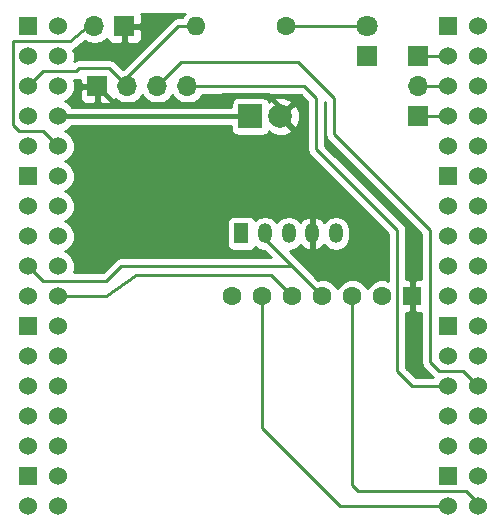
<source format=gtl>
G04 #@! TF.FileFunction,Copper,L1,Top,Signal*
%FSLAX46Y46*%
G04 Gerber Fmt 4.6, Leading zero omitted, Abs format (unit mm)*
G04 Created by KiCad (PCBNEW 4.0.4+e1-6308~48~ubuntu16.04.1-stable) date Fri Mar 30 16:09:55 2018*
%MOMM*%
%LPD*%
G01*
G04 APERTURE LIST*
%ADD10C,0.100000*%
%ADD11C,1.524000*%
%ADD12R,1.524000X1.524000*%
%ADD13R,2.000000X2.000000*%
%ADD14C,2.000000*%
%ADD15R,1.800000X1.800000*%
%ADD16C,1.800000*%
%ADD17R,1.600000X1.600000*%
%ADD18C,1.600000*%
%ADD19O,1.600000X1.600000*%
%ADD20R,1.700000X1.700000*%
%ADD21O,1.700000X1.700000*%
%ADD22R,1.200000X1.700000*%
%ADD23O,1.200000X1.700000*%
%ADD24C,0.250000*%
%ADD25C,0.400000*%
%ADD26C,0.254000*%
G04 APERTURE END LIST*
D10*
D11*
X58420000Y-46990000D03*
D12*
X55880000Y-46990000D03*
D11*
X58420000Y-49530000D03*
X55880000Y-49530000D03*
X58420000Y-87630000D03*
X55880000Y-87630000D03*
X58420000Y-85090000D03*
D12*
X55880000Y-85090000D03*
D11*
X58420000Y-82550000D03*
X55880000Y-82550000D03*
X58420000Y-80010000D03*
X55880000Y-80010000D03*
X58420000Y-77470000D03*
X55880000Y-77470000D03*
X58420000Y-74930000D03*
X55880000Y-74930000D03*
X58420000Y-72390000D03*
D12*
X55880000Y-72390000D03*
D11*
X58420000Y-69850000D03*
X55880000Y-69850000D03*
X58420000Y-67310000D03*
X55880000Y-67310000D03*
X58420000Y-64770000D03*
X55880000Y-64770000D03*
X58420000Y-62230000D03*
X55880000Y-62230000D03*
X58420000Y-59690000D03*
D12*
X55880000Y-59690000D03*
D11*
X58420000Y-57150000D03*
X55880000Y-57150000D03*
X58420000Y-54610000D03*
X55880000Y-54610000D03*
X58420000Y-52070000D03*
X55880000Y-52070000D03*
X91440000Y-52070000D03*
X93980000Y-52070000D03*
X91440000Y-54610000D03*
X93980000Y-54610000D03*
X91440000Y-57150000D03*
X93980000Y-57150000D03*
D12*
X91440000Y-59690000D03*
D11*
X93980000Y-59690000D03*
X91440000Y-62230000D03*
X93980000Y-62230000D03*
X91440000Y-64770000D03*
X93980000Y-64770000D03*
X91440000Y-67310000D03*
X93980000Y-67310000D03*
X91440000Y-69850000D03*
X93980000Y-69850000D03*
D12*
X91440000Y-72390000D03*
D11*
X93980000Y-72390000D03*
X91440000Y-74930000D03*
X93980000Y-74930000D03*
X91440000Y-77470000D03*
X93980000Y-77470000D03*
X91440000Y-80010000D03*
X93980000Y-80010000D03*
X91440000Y-82550000D03*
X93980000Y-82550000D03*
D12*
X91440000Y-85090000D03*
D11*
X93980000Y-85090000D03*
X91440000Y-87630000D03*
X93980000Y-87630000D03*
X91440000Y-49530000D03*
X93980000Y-49530000D03*
D12*
X91440000Y-46990000D03*
D11*
X93980000Y-46990000D03*
D13*
X74676000Y-54610000D03*
D14*
X77216000Y-54610000D03*
D15*
X84582000Y-49530000D03*
D16*
X84582000Y-46990000D03*
D17*
X88392000Y-69850000D03*
D18*
X85852000Y-69850000D03*
X83312000Y-69850000D03*
X80772000Y-69850000D03*
X78232000Y-69850000D03*
X75692000Y-69850000D03*
X73152000Y-69850000D03*
X77724000Y-46990000D03*
D19*
X70104000Y-46990000D03*
D20*
X64008000Y-46990000D03*
D21*
X61468000Y-46990000D03*
D20*
X88900000Y-49530000D03*
D21*
X88900000Y-52070000D03*
D20*
X88900000Y-54610000D03*
X61722000Y-52070000D03*
D21*
X64262000Y-52070000D03*
X66802000Y-52070000D03*
X69342000Y-52070000D03*
D22*
X73914000Y-64516000D03*
D23*
X75914000Y-64516000D03*
X77914000Y-64516000D03*
X79914000Y-64516000D03*
X81914000Y-64516000D03*
D24*
X77216000Y-54610000D02*
X77216000Y-53848000D01*
D25*
X77216000Y-53848000D02*
X76200000Y-52832000D01*
X63246000Y-53594000D02*
X61722000Y-52070000D01*
X71628000Y-53594000D02*
X63246000Y-53594000D01*
X72390000Y-52832000D02*
X71628000Y-53594000D01*
X76200000Y-52832000D02*
X72390000Y-52832000D01*
D24*
X77724000Y-46990000D02*
X84582000Y-46990000D01*
X93980000Y-87630000D02*
X93980000Y-87376000D01*
X93980000Y-87376000D02*
X92964000Y-86360000D01*
X92964000Y-86360000D02*
X83820000Y-86360000D01*
X83820000Y-86360000D02*
X83312000Y-85852000D01*
X83312000Y-85852000D02*
X83312000Y-69850000D01*
X93980000Y-87630000D02*
X93980000Y-87376000D01*
X75914000Y-64516000D02*
X75914000Y-64992000D01*
X75914000Y-64992000D02*
X78232000Y-67310000D01*
X55880000Y-67310000D02*
X57150000Y-68580000D01*
X57150000Y-68580000D02*
X62484000Y-68580000D01*
X62484000Y-68580000D02*
X63754000Y-67310000D01*
X63754000Y-67310000D02*
X78232000Y-67310000D01*
X78232000Y-67310000D02*
X80772000Y-69850000D01*
X58420000Y-69850000D02*
X62484000Y-69850000D01*
X76454000Y-68072000D02*
X78232000Y-69850000D01*
X65024000Y-68072000D02*
X76454000Y-68072000D01*
X62484000Y-69850000D02*
X65024000Y-68072000D01*
X91440000Y-87630000D02*
X82296000Y-87630000D01*
X82296000Y-87630000D02*
X75692000Y-81026000D01*
X75692000Y-81026000D02*
X75692000Y-69850000D01*
X55880000Y-52070000D02*
X57150000Y-50800000D01*
X57150000Y-50800000D02*
X59944000Y-50800000D01*
X59944000Y-50800000D02*
X60198000Y-50546000D01*
X60198000Y-50546000D02*
X62738000Y-50546000D01*
X82042000Y-64644000D02*
X81914000Y-64516000D01*
X62738000Y-50546000D02*
X64262000Y-52070000D01*
X64262000Y-52070000D02*
X64262000Y-51308000D01*
X64262000Y-51308000D02*
X68580000Y-46990000D01*
X68580000Y-46990000D02*
X70104000Y-46990000D01*
X61468000Y-46990000D02*
X60960000Y-46990000D01*
X60960000Y-46990000D02*
X59436000Y-48260000D01*
X59436000Y-48260000D02*
X54610000Y-48260000D01*
X54610000Y-48260000D02*
X54610000Y-48514000D01*
X54610000Y-48514000D02*
X54610000Y-55372000D01*
X54610000Y-55372000D02*
X55118000Y-55880000D01*
X55118000Y-55880000D02*
X57150000Y-55880000D01*
X57150000Y-55880000D02*
X58420000Y-57150000D01*
D25*
X58420000Y-54610000D02*
X74676000Y-54610000D01*
D24*
X91440000Y-52070000D02*
X88900000Y-52070000D01*
X91440000Y-54610000D02*
X88900000Y-54610000D01*
X91440000Y-49530000D02*
X88900000Y-49530000D01*
X69342000Y-52070000D02*
X79248000Y-52070000D01*
X79248000Y-52070000D02*
X80264000Y-53086000D01*
X80264000Y-53086000D02*
X80264000Y-57404000D01*
X80264000Y-57404000D02*
X87122000Y-64262000D01*
X87122000Y-64262000D02*
X87122000Y-76200000D01*
X87122000Y-76200000D02*
X88392000Y-77470000D01*
X88392000Y-77470000D02*
X91440000Y-77470000D01*
X93980000Y-77470000D02*
X92710000Y-76200000D01*
X92710000Y-76200000D02*
X90678000Y-76200000D01*
X90678000Y-76200000D02*
X89916000Y-75438000D01*
X89916000Y-75438000D02*
X89916000Y-64262000D01*
X89916000Y-64262000D02*
X81788000Y-56134000D01*
X81788000Y-56134000D02*
X81788000Y-53086000D01*
X81788000Y-53086000D02*
X78740000Y-50038000D01*
X78740000Y-50038000D02*
X68834000Y-50038000D01*
X68834000Y-50038000D02*
X66802000Y-52070000D01*
D26*
G36*
X81028000Y-53400802D02*
X81028000Y-56134000D01*
X81085852Y-56424839D01*
X81250599Y-56671401D01*
X89156000Y-64576802D01*
X89156000Y-68415000D01*
X88677750Y-68415000D01*
X88519000Y-68573750D01*
X88519000Y-69723000D01*
X88539000Y-69723000D01*
X88539000Y-69977000D01*
X88519000Y-69977000D01*
X88519000Y-71126250D01*
X88677750Y-71285000D01*
X89156000Y-71285000D01*
X89156000Y-75438000D01*
X89213852Y-75728839D01*
X89378599Y-75975401D01*
X90113198Y-76710000D01*
X88706802Y-76710000D01*
X87882000Y-75885198D01*
X87882000Y-71285000D01*
X88106250Y-71285000D01*
X88265000Y-71126250D01*
X88265000Y-69977000D01*
X88245000Y-69977000D01*
X88245000Y-69723000D01*
X88265000Y-69723000D01*
X88265000Y-68573750D01*
X88106250Y-68415000D01*
X87882000Y-68415000D01*
X87882000Y-64262000D01*
X87824148Y-63971161D01*
X87659401Y-63724599D01*
X81024000Y-57089198D01*
X81024000Y-53396802D01*
X81028000Y-53400802D01*
X81028000Y-53400802D01*
G37*
X81028000Y-53400802D02*
X81028000Y-56134000D01*
X81085852Y-56424839D01*
X81250599Y-56671401D01*
X89156000Y-64576802D01*
X89156000Y-68415000D01*
X88677750Y-68415000D01*
X88519000Y-68573750D01*
X88519000Y-69723000D01*
X88539000Y-69723000D01*
X88539000Y-69977000D01*
X88519000Y-69977000D01*
X88519000Y-71126250D01*
X88677750Y-71285000D01*
X89156000Y-71285000D01*
X89156000Y-75438000D01*
X89213852Y-75728839D01*
X89378599Y-75975401D01*
X90113198Y-76710000D01*
X88706802Y-76710000D01*
X87882000Y-75885198D01*
X87882000Y-71285000D01*
X88106250Y-71285000D01*
X88265000Y-71126250D01*
X88265000Y-69977000D01*
X88245000Y-69977000D01*
X88245000Y-69723000D01*
X88265000Y-69723000D01*
X88265000Y-68573750D01*
X88106250Y-68415000D01*
X87882000Y-68415000D01*
X87882000Y-64262000D01*
X87824148Y-63971161D01*
X87659401Y-63724599D01*
X81024000Y-57089198D01*
X81024000Y-53396802D01*
X81028000Y-53400802D01*
G36*
X60237000Y-51784250D02*
X60395750Y-51943000D01*
X61595000Y-51943000D01*
X61595000Y-51923000D01*
X61849000Y-51923000D01*
X61849000Y-51943000D01*
X61869000Y-51943000D01*
X61869000Y-52197000D01*
X61849000Y-52197000D01*
X61849000Y-53396250D01*
X62007750Y-53555000D01*
X62698310Y-53555000D01*
X62931699Y-53458327D01*
X63110327Y-53279698D01*
X63182597Y-53105223D01*
X63211946Y-53149147D01*
X63693715Y-53471054D01*
X64262000Y-53584093D01*
X64830285Y-53471054D01*
X65312054Y-53149147D01*
X65532000Y-52819974D01*
X65751946Y-53149147D01*
X66233715Y-53471054D01*
X66802000Y-53584093D01*
X67370285Y-53471054D01*
X67852054Y-53149147D01*
X68072000Y-52819974D01*
X68291946Y-53149147D01*
X68773715Y-53471054D01*
X69342000Y-53584093D01*
X69910285Y-53471054D01*
X70392054Y-53149147D01*
X70605301Y-52830000D01*
X78933198Y-52830000D01*
X79504000Y-53400802D01*
X79504000Y-57404000D01*
X79561852Y-57694839D01*
X79726599Y-57941401D01*
X86362000Y-64576802D01*
X86362000Y-68507976D01*
X86138691Y-68415250D01*
X85567813Y-68414752D01*
X85040200Y-68632757D01*
X84636176Y-69036077D01*
X84582138Y-69166215D01*
X84529243Y-69038200D01*
X84125923Y-68634176D01*
X83598691Y-68415250D01*
X83027813Y-68414752D01*
X82500200Y-68632757D01*
X82096176Y-69036077D01*
X82042138Y-69166215D01*
X81989243Y-69038200D01*
X81585923Y-68634176D01*
X81058691Y-68415250D01*
X80487813Y-68414752D01*
X80433851Y-68437049D01*
X78008164Y-66011362D01*
X78386614Y-65936084D01*
X78787277Y-65668370D01*
X78916410Y-65475109D01*
X79084875Y-65697933D01*
X79504624Y-65944286D01*
X79596391Y-65959462D01*
X79787000Y-65834731D01*
X79787000Y-64643000D01*
X79767000Y-64643000D01*
X79767000Y-64389000D01*
X79787000Y-64389000D01*
X79787000Y-63197269D01*
X80041000Y-63197269D01*
X80041000Y-64389000D01*
X80061000Y-64389000D01*
X80061000Y-64643000D01*
X80041000Y-64643000D01*
X80041000Y-65834731D01*
X80231609Y-65959462D01*
X80323376Y-65944286D01*
X80743125Y-65697933D01*
X80911590Y-65475109D01*
X81040723Y-65668370D01*
X81441386Y-65936084D01*
X81914000Y-66030093D01*
X82386614Y-65936084D01*
X82787277Y-65668370D01*
X83054991Y-65267707D01*
X83149000Y-64795093D01*
X83149000Y-64236907D01*
X83054991Y-63764293D01*
X82787277Y-63363630D01*
X82386614Y-63095916D01*
X81914000Y-63001907D01*
X81441386Y-63095916D01*
X81040723Y-63363630D01*
X80911590Y-63556891D01*
X80743125Y-63334067D01*
X80323376Y-63087714D01*
X80231609Y-63072538D01*
X80041000Y-63197269D01*
X79787000Y-63197269D01*
X79596391Y-63072538D01*
X79504624Y-63087714D01*
X79084875Y-63334067D01*
X78916410Y-63556891D01*
X78787277Y-63363630D01*
X78386614Y-63095916D01*
X77914000Y-63001907D01*
X77441386Y-63095916D01*
X77040723Y-63363630D01*
X76914000Y-63553285D01*
X76787277Y-63363630D01*
X76386614Y-63095916D01*
X75914000Y-63001907D01*
X75441386Y-63095916D01*
X75064004Y-63348074D01*
X74978090Y-63214559D01*
X74765890Y-63069569D01*
X74514000Y-63018560D01*
X73314000Y-63018560D01*
X73078683Y-63062838D01*
X72862559Y-63201910D01*
X72717569Y-63414110D01*
X72666560Y-63666000D01*
X72666560Y-65366000D01*
X72710838Y-65601317D01*
X72849910Y-65817441D01*
X73062110Y-65962431D01*
X73314000Y-66013440D01*
X74514000Y-66013440D01*
X74749317Y-65969162D01*
X74965441Y-65830090D01*
X75064901Y-65684525D01*
X75441386Y-65936084D01*
X75868176Y-66020978D01*
X76397198Y-66550000D01*
X63754000Y-66550000D01*
X63463160Y-66607852D01*
X63216599Y-66772599D01*
X62169198Y-67820000D01*
X59720879Y-67820000D01*
X59816757Y-67589100D01*
X59817242Y-67033339D01*
X59605010Y-66519697D01*
X59212370Y-66126371D01*
X59004488Y-66040051D01*
X59210303Y-65955010D01*
X59603629Y-65562370D01*
X59816757Y-65049100D01*
X59817242Y-64493339D01*
X59605010Y-63979697D01*
X59212370Y-63586371D01*
X59004488Y-63500051D01*
X59210303Y-63415010D01*
X59603629Y-63022370D01*
X59816757Y-62509100D01*
X59817242Y-61953339D01*
X59605010Y-61439697D01*
X59212370Y-61046371D01*
X59004488Y-60960051D01*
X59210303Y-60875010D01*
X59603629Y-60482370D01*
X59816757Y-59969100D01*
X59817242Y-59413339D01*
X59605010Y-58899697D01*
X59212370Y-58506371D01*
X59004488Y-58420051D01*
X59210303Y-58335010D01*
X59603629Y-57942370D01*
X59816757Y-57429100D01*
X59817242Y-56873339D01*
X59605010Y-56359697D01*
X59212370Y-55966371D01*
X59004488Y-55880051D01*
X59210303Y-55795010D01*
X59560925Y-55445000D01*
X73028560Y-55445000D01*
X73028560Y-55610000D01*
X73072838Y-55845317D01*
X73211910Y-56061441D01*
X73424110Y-56206431D01*
X73676000Y-56257440D01*
X75676000Y-56257440D01*
X75911317Y-56213162D01*
X76127441Y-56074090D01*
X76272431Y-55861890D01*
X76275042Y-55848998D01*
X76341736Y-56029387D01*
X76951461Y-56255908D01*
X77601460Y-56231856D01*
X78090264Y-56029387D01*
X78188927Y-55762532D01*
X77216000Y-54789605D01*
X77201858Y-54803748D01*
X77022253Y-54624143D01*
X77036395Y-54610000D01*
X77395605Y-54610000D01*
X78368532Y-55582927D01*
X78635387Y-55484264D01*
X78861908Y-54874539D01*
X78837856Y-54224540D01*
X78635387Y-53735736D01*
X78368532Y-53637073D01*
X77395605Y-54610000D01*
X77036395Y-54610000D01*
X77022253Y-54595858D01*
X77201858Y-54416253D01*
X77216000Y-54430395D01*
X78188927Y-53457468D01*
X78090264Y-53190613D01*
X77480539Y-52964092D01*
X76830540Y-52988144D01*
X76341736Y-53190613D01*
X76275681Y-53369273D01*
X76140090Y-53158559D01*
X75927890Y-53013569D01*
X75676000Y-52962560D01*
X73676000Y-52962560D01*
X73440683Y-53006838D01*
X73224559Y-53145910D01*
X73079569Y-53358110D01*
X73028560Y-53610000D01*
X73028560Y-53775000D01*
X59560391Y-53775000D01*
X59212370Y-53426371D01*
X59004488Y-53340051D01*
X59210303Y-53255010D01*
X59603629Y-52862370D01*
X59813995Y-52355750D01*
X60237000Y-52355750D01*
X60237000Y-53046309D01*
X60333673Y-53279698D01*
X60512301Y-53458327D01*
X60745690Y-53555000D01*
X61436250Y-53555000D01*
X61595000Y-53396250D01*
X61595000Y-52197000D01*
X60395750Y-52197000D01*
X60237000Y-52355750D01*
X59813995Y-52355750D01*
X59816757Y-52349100D01*
X59817242Y-51793339D01*
X59720829Y-51560000D01*
X59944000Y-51560000D01*
X60234839Y-51502148D01*
X60237000Y-51500704D01*
X60237000Y-51784250D01*
X60237000Y-51784250D01*
G37*
X60237000Y-51784250D02*
X60395750Y-51943000D01*
X61595000Y-51943000D01*
X61595000Y-51923000D01*
X61849000Y-51923000D01*
X61849000Y-51943000D01*
X61869000Y-51943000D01*
X61869000Y-52197000D01*
X61849000Y-52197000D01*
X61849000Y-53396250D01*
X62007750Y-53555000D01*
X62698310Y-53555000D01*
X62931699Y-53458327D01*
X63110327Y-53279698D01*
X63182597Y-53105223D01*
X63211946Y-53149147D01*
X63693715Y-53471054D01*
X64262000Y-53584093D01*
X64830285Y-53471054D01*
X65312054Y-53149147D01*
X65532000Y-52819974D01*
X65751946Y-53149147D01*
X66233715Y-53471054D01*
X66802000Y-53584093D01*
X67370285Y-53471054D01*
X67852054Y-53149147D01*
X68072000Y-52819974D01*
X68291946Y-53149147D01*
X68773715Y-53471054D01*
X69342000Y-53584093D01*
X69910285Y-53471054D01*
X70392054Y-53149147D01*
X70605301Y-52830000D01*
X78933198Y-52830000D01*
X79504000Y-53400802D01*
X79504000Y-57404000D01*
X79561852Y-57694839D01*
X79726599Y-57941401D01*
X86362000Y-64576802D01*
X86362000Y-68507976D01*
X86138691Y-68415250D01*
X85567813Y-68414752D01*
X85040200Y-68632757D01*
X84636176Y-69036077D01*
X84582138Y-69166215D01*
X84529243Y-69038200D01*
X84125923Y-68634176D01*
X83598691Y-68415250D01*
X83027813Y-68414752D01*
X82500200Y-68632757D01*
X82096176Y-69036077D01*
X82042138Y-69166215D01*
X81989243Y-69038200D01*
X81585923Y-68634176D01*
X81058691Y-68415250D01*
X80487813Y-68414752D01*
X80433851Y-68437049D01*
X78008164Y-66011362D01*
X78386614Y-65936084D01*
X78787277Y-65668370D01*
X78916410Y-65475109D01*
X79084875Y-65697933D01*
X79504624Y-65944286D01*
X79596391Y-65959462D01*
X79787000Y-65834731D01*
X79787000Y-64643000D01*
X79767000Y-64643000D01*
X79767000Y-64389000D01*
X79787000Y-64389000D01*
X79787000Y-63197269D01*
X80041000Y-63197269D01*
X80041000Y-64389000D01*
X80061000Y-64389000D01*
X80061000Y-64643000D01*
X80041000Y-64643000D01*
X80041000Y-65834731D01*
X80231609Y-65959462D01*
X80323376Y-65944286D01*
X80743125Y-65697933D01*
X80911590Y-65475109D01*
X81040723Y-65668370D01*
X81441386Y-65936084D01*
X81914000Y-66030093D01*
X82386614Y-65936084D01*
X82787277Y-65668370D01*
X83054991Y-65267707D01*
X83149000Y-64795093D01*
X83149000Y-64236907D01*
X83054991Y-63764293D01*
X82787277Y-63363630D01*
X82386614Y-63095916D01*
X81914000Y-63001907D01*
X81441386Y-63095916D01*
X81040723Y-63363630D01*
X80911590Y-63556891D01*
X80743125Y-63334067D01*
X80323376Y-63087714D01*
X80231609Y-63072538D01*
X80041000Y-63197269D01*
X79787000Y-63197269D01*
X79596391Y-63072538D01*
X79504624Y-63087714D01*
X79084875Y-63334067D01*
X78916410Y-63556891D01*
X78787277Y-63363630D01*
X78386614Y-63095916D01*
X77914000Y-63001907D01*
X77441386Y-63095916D01*
X77040723Y-63363630D01*
X76914000Y-63553285D01*
X76787277Y-63363630D01*
X76386614Y-63095916D01*
X75914000Y-63001907D01*
X75441386Y-63095916D01*
X75064004Y-63348074D01*
X74978090Y-63214559D01*
X74765890Y-63069569D01*
X74514000Y-63018560D01*
X73314000Y-63018560D01*
X73078683Y-63062838D01*
X72862559Y-63201910D01*
X72717569Y-63414110D01*
X72666560Y-63666000D01*
X72666560Y-65366000D01*
X72710838Y-65601317D01*
X72849910Y-65817441D01*
X73062110Y-65962431D01*
X73314000Y-66013440D01*
X74514000Y-66013440D01*
X74749317Y-65969162D01*
X74965441Y-65830090D01*
X75064901Y-65684525D01*
X75441386Y-65936084D01*
X75868176Y-66020978D01*
X76397198Y-66550000D01*
X63754000Y-66550000D01*
X63463160Y-66607852D01*
X63216599Y-66772599D01*
X62169198Y-67820000D01*
X59720879Y-67820000D01*
X59816757Y-67589100D01*
X59817242Y-67033339D01*
X59605010Y-66519697D01*
X59212370Y-66126371D01*
X59004488Y-66040051D01*
X59210303Y-65955010D01*
X59603629Y-65562370D01*
X59816757Y-65049100D01*
X59817242Y-64493339D01*
X59605010Y-63979697D01*
X59212370Y-63586371D01*
X59004488Y-63500051D01*
X59210303Y-63415010D01*
X59603629Y-63022370D01*
X59816757Y-62509100D01*
X59817242Y-61953339D01*
X59605010Y-61439697D01*
X59212370Y-61046371D01*
X59004488Y-60960051D01*
X59210303Y-60875010D01*
X59603629Y-60482370D01*
X59816757Y-59969100D01*
X59817242Y-59413339D01*
X59605010Y-58899697D01*
X59212370Y-58506371D01*
X59004488Y-58420051D01*
X59210303Y-58335010D01*
X59603629Y-57942370D01*
X59816757Y-57429100D01*
X59817242Y-56873339D01*
X59605010Y-56359697D01*
X59212370Y-55966371D01*
X59004488Y-55880051D01*
X59210303Y-55795010D01*
X59560925Y-55445000D01*
X73028560Y-55445000D01*
X73028560Y-55610000D01*
X73072838Y-55845317D01*
X73211910Y-56061441D01*
X73424110Y-56206431D01*
X73676000Y-56257440D01*
X75676000Y-56257440D01*
X75911317Y-56213162D01*
X76127441Y-56074090D01*
X76272431Y-55861890D01*
X76275042Y-55848998D01*
X76341736Y-56029387D01*
X76951461Y-56255908D01*
X77601460Y-56231856D01*
X78090264Y-56029387D01*
X78188927Y-55762532D01*
X77216000Y-54789605D01*
X77201858Y-54803748D01*
X77022253Y-54624143D01*
X77036395Y-54610000D01*
X77395605Y-54610000D01*
X78368532Y-55582927D01*
X78635387Y-55484264D01*
X78861908Y-54874539D01*
X78837856Y-54224540D01*
X78635387Y-53735736D01*
X78368532Y-53637073D01*
X77395605Y-54610000D01*
X77036395Y-54610000D01*
X77022253Y-54595858D01*
X77201858Y-54416253D01*
X77216000Y-54430395D01*
X78188927Y-53457468D01*
X78090264Y-53190613D01*
X77480539Y-52964092D01*
X76830540Y-52988144D01*
X76341736Y-53190613D01*
X76275681Y-53369273D01*
X76140090Y-53158559D01*
X75927890Y-53013569D01*
X75676000Y-52962560D01*
X73676000Y-52962560D01*
X73440683Y-53006838D01*
X73224559Y-53145910D01*
X73079569Y-53358110D01*
X73028560Y-53610000D01*
X73028560Y-53775000D01*
X59560391Y-53775000D01*
X59212370Y-53426371D01*
X59004488Y-53340051D01*
X59210303Y-53255010D01*
X59603629Y-52862370D01*
X59813995Y-52355750D01*
X60237000Y-52355750D01*
X60237000Y-53046309D01*
X60333673Y-53279698D01*
X60512301Y-53458327D01*
X60745690Y-53555000D01*
X61436250Y-53555000D01*
X61595000Y-53396250D01*
X61595000Y-52197000D01*
X60395750Y-52197000D01*
X60237000Y-52355750D01*
X59813995Y-52355750D01*
X59816757Y-52349100D01*
X59817242Y-51793339D01*
X59720829Y-51560000D01*
X59944000Y-51560000D01*
X60234839Y-51502148D01*
X60237000Y-51500704D01*
X60237000Y-51784250D01*
G36*
X69061189Y-45975302D02*
X68891005Y-46230000D01*
X68580000Y-46230000D01*
X68289161Y-46287852D01*
X68042599Y-46452599D01*
X63881000Y-50614198D01*
X63275401Y-50008599D01*
X63028839Y-49843852D01*
X62738000Y-49786000D01*
X60198000Y-49786000D01*
X59907160Y-49843852D01*
X59762072Y-49940797D01*
X59816757Y-49809100D01*
X59817242Y-49253339D01*
X59699197Y-48967646D01*
X59726839Y-48962148D01*
X59822005Y-48898560D01*
X59922540Y-48843848D01*
X60658945Y-48230177D01*
X60899715Y-48391054D01*
X61468000Y-48504093D01*
X62036285Y-48391054D01*
X62518054Y-48069147D01*
X62547403Y-48025223D01*
X62619673Y-48199698D01*
X62798301Y-48378327D01*
X63031690Y-48475000D01*
X63722250Y-48475000D01*
X63881000Y-48316250D01*
X63881000Y-47117000D01*
X64135000Y-47117000D01*
X64135000Y-48316250D01*
X64293750Y-48475000D01*
X64984310Y-48475000D01*
X65217699Y-48378327D01*
X65396327Y-48199698D01*
X65493000Y-47966309D01*
X65493000Y-47275750D01*
X65334250Y-47117000D01*
X64135000Y-47117000D01*
X63881000Y-47117000D01*
X63861000Y-47117000D01*
X63861000Y-46863000D01*
X63881000Y-46863000D01*
X63881000Y-46843000D01*
X64135000Y-46843000D01*
X64135000Y-46863000D01*
X65334250Y-46863000D01*
X65493000Y-46704250D01*
X65493000Y-46013691D01*
X65455020Y-45922000D01*
X69140961Y-45922000D01*
X69061189Y-45975302D01*
X69061189Y-45975302D01*
G37*
X69061189Y-45975302D02*
X68891005Y-46230000D01*
X68580000Y-46230000D01*
X68289161Y-46287852D01*
X68042599Y-46452599D01*
X63881000Y-50614198D01*
X63275401Y-50008599D01*
X63028839Y-49843852D01*
X62738000Y-49786000D01*
X60198000Y-49786000D01*
X59907160Y-49843852D01*
X59762072Y-49940797D01*
X59816757Y-49809100D01*
X59817242Y-49253339D01*
X59699197Y-48967646D01*
X59726839Y-48962148D01*
X59822005Y-48898560D01*
X59922540Y-48843848D01*
X60658945Y-48230177D01*
X60899715Y-48391054D01*
X61468000Y-48504093D01*
X62036285Y-48391054D01*
X62518054Y-48069147D01*
X62547403Y-48025223D01*
X62619673Y-48199698D01*
X62798301Y-48378327D01*
X63031690Y-48475000D01*
X63722250Y-48475000D01*
X63881000Y-48316250D01*
X63881000Y-47117000D01*
X64135000Y-47117000D01*
X64135000Y-48316250D01*
X64293750Y-48475000D01*
X64984310Y-48475000D01*
X65217699Y-48378327D01*
X65396327Y-48199698D01*
X65493000Y-47966309D01*
X65493000Y-47275750D01*
X65334250Y-47117000D01*
X64135000Y-47117000D01*
X63881000Y-47117000D01*
X63861000Y-47117000D01*
X63861000Y-46863000D01*
X63881000Y-46863000D01*
X63881000Y-46843000D01*
X64135000Y-46843000D01*
X64135000Y-46863000D01*
X65334250Y-46863000D01*
X65493000Y-46704250D01*
X65493000Y-46013691D01*
X65455020Y-45922000D01*
X69140961Y-45922000D01*
X69061189Y-45975302D01*
G36*
X56007000Y-46863000D02*
X56027000Y-46863000D01*
X56027000Y-47117000D01*
X56007000Y-47117000D01*
X56007000Y-47137000D01*
X55753000Y-47137000D01*
X55753000Y-47117000D01*
X55733000Y-47117000D01*
X55733000Y-46863000D01*
X55753000Y-46863000D01*
X55753000Y-46843000D01*
X56007000Y-46843000D01*
X56007000Y-46863000D01*
X56007000Y-46863000D01*
G37*
X56007000Y-46863000D02*
X56027000Y-46863000D01*
X56027000Y-47117000D01*
X56007000Y-47117000D01*
X56007000Y-47137000D01*
X55753000Y-47137000D01*
X55753000Y-47117000D01*
X55733000Y-47117000D01*
X55733000Y-46863000D01*
X55753000Y-46863000D01*
X55753000Y-46843000D01*
X56007000Y-46843000D01*
X56007000Y-46863000D01*
M02*

</source>
